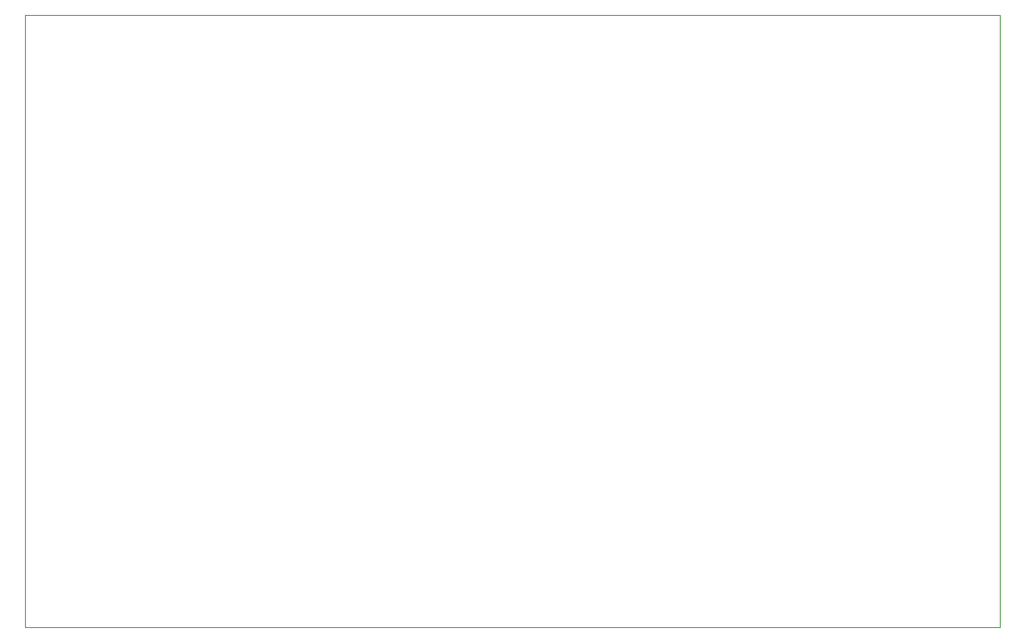
<source format=gm1>
G04 #@! TF.GenerationSoftware,KiCad,Pcbnew,(5.1.12)-1*
G04 #@! TF.CreationDate,2022-02-06T22:11:33+01:00*
G04 #@! TF.ProjectId,curtain_wiring,63757274-6169-46e5-9f77-6972696e672e,rev?*
G04 #@! TF.SameCoordinates,Original*
G04 #@! TF.FileFunction,Profile,NP*
%FSLAX46Y46*%
G04 Gerber Fmt 4.6, Leading zero omitted, Abs format (unit mm)*
G04 Created by KiCad (PCBNEW (5.1.12)-1) date 2022-02-06 22:11:33*
%MOMM*%
%LPD*%
G01*
G04 APERTURE LIST*
G04 #@! TA.AperFunction,Profile*
%ADD10C,0.050000*%
G04 #@! TD*
G04 APERTURE END LIST*
D10*
X76835000Y-125730000D02*
X175895000Y-125730000D01*
X76835000Y-63500000D02*
X175895000Y-63500000D01*
X175895000Y-63500000D02*
X175895000Y-125730000D01*
X76835000Y-63500000D02*
X76835000Y-125730000D01*
M02*

</source>
